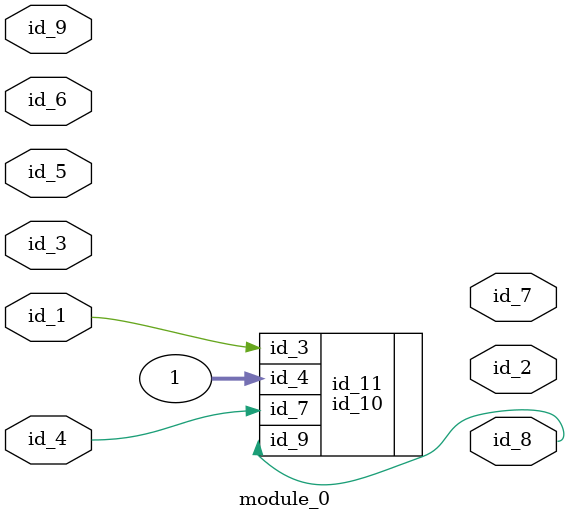
<source format=v>
module module_0 (
    id_1,
    id_2,
    id_3,
    id_4,
    id_5,
    id_6,
    id_7,
    id_8,
    id_9
);
  input id_9;
  output id_8;
  output id_7;
  input id_6;
  input id_5;
  input id_4;
  input id_3;
  output id_2;
  input id_1;
  id_10 id_11 (
      .id_9(id_8),
      .id_3(id_1),
      .id_7(id_4),
      .id_4(1)
  );
endmodule

</source>
